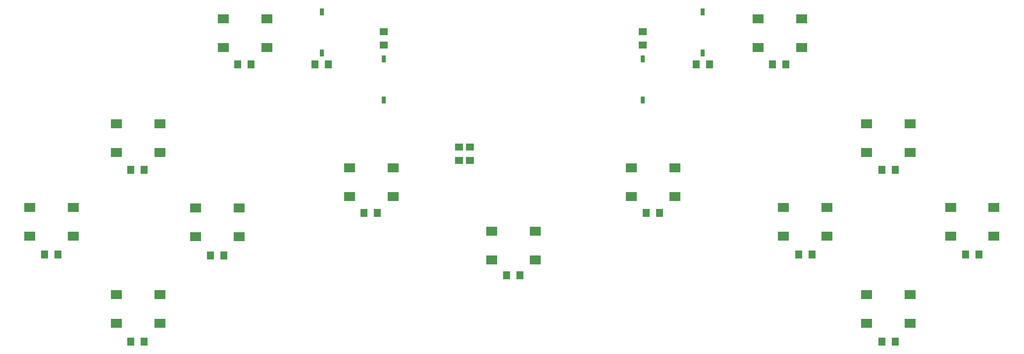
<source format=gtp>
G04*
G04 #@! TF.GenerationSoftware,Altium Limited,Altium Designer,23.0.1 (38)*
G04*
G04 Layer_Color=8421504*
%FSLAX25Y25*%
%MOIN*%
G70*
G04*
G04 #@! TF.SameCoordinates,CBCD5F51-024F-4456-99E9-F8A3691CA7AB*
G04*
G04*
G04 #@! TF.FilePolarity,Positive*
G04*
G01*
G75*
%ADD17R,0.07500X0.05906*%
%ADD18R,0.05000X0.05500*%
%ADD19R,0.05500X0.05000*%
%ADD20R,0.03150X0.04724*%
D17*
X245732Y219000D02*
D03*
X274968D02*
D03*
X245732Y238300D02*
D03*
X274968D02*
D03*
X59736Y211600D02*
D03*
X117968Y153100D02*
D03*
X171236Y211500D02*
D03*
X117968Y268100D02*
D03*
X189968Y338600D02*
D03*
X549968D02*
D03*
X464736Y238300D02*
D03*
X567000Y211600D02*
D03*
X622968Y268100D02*
D03*
X679500Y211600D02*
D03*
X622968Y153100D02*
D03*
X370589Y195600D02*
D03*
X341353Y176300D02*
D03*
X435500Y219000D02*
D03*
X88732Y133800D02*
D03*
Y153100D02*
D03*
X117968Y133800D02*
D03*
X171236Y192200D02*
D03*
X142000Y211500D02*
D03*
Y192200D02*
D03*
X59736Y192300D02*
D03*
X30500Y211600D02*
D03*
Y192300D02*
D03*
X88732Y268100D02*
D03*
X117968Y248800D02*
D03*
X88732D02*
D03*
X593732D02*
D03*
X622968D02*
D03*
X593732Y268100D02*
D03*
X650264Y192300D02*
D03*
X679500D02*
D03*
X650264Y211600D02*
D03*
X593732Y153100D02*
D03*
X622968Y133800D02*
D03*
X593732D02*
D03*
X537764Y211600D02*
D03*
X567000Y192300D02*
D03*
X537764D02*
D03*
X435500Y238300D02*
D03*
X464736Y219000D02*
D03*
X160732Y338600D02*
D03*
X189968Y319300D02*
D03*
X160732D02*
D03*
X520732Y338600D02*
D03*
X549968Y319300D02*
D03*
X520732D02*
D03*
X341353Y195600D02*
D03*
X370589Y176300D02*
D03*
D18*
X107500Y237000D02*
D03*
X98500D02*
D03*
X49500Y180000D02*
D03*
X40500D02*
D03*
X152000Y179500D02*
D03*
X161000D02*
D03*
X98500Y121500D02*
D03*
X107500D02*
D03*
X613000Y237000D02*
D03*
X604000D02*
D03*
X669500Y180000D02*
D03*
X660500D02*
D03*
X604000Y121500D02*
D03*
X613000D02*
D03*
X557000Y180000D02*
D03*
X548000D02*
D03*
X454500Y208000D02*
D03*
X445500D02*
D03*
X179500Y308000D02*
D03*
X170500D02*
D03*
X222500D02*
D03*
X231500D02*
D03*
X539500D02*
D03*
X530500D02*
D03*
X479000D02*
D03*
X488000D02*
D03*
X255500Y208000D02*
D03*
X264500D02*
D03*
X360500Y166000D02*
D03*
X351500D02*
D03*
D19*
X326521Y252500D02*
D03*
Y243500D02*
D03*
X319221Y252500D02*
D03*
Y243500D02*
D03*
X268621Y321000D02*
D03*
Y330000D02*
D03*
X443121Y321000D02*
D03*
Y330000D02*
D03*
D20*
X227000Y315720D02*
D03*
Y343280D02*
D03*
X268621Y311780D02*
D03*
Y284220D02*
D03*
X483500Y315720D02*
D03*
Y343280D02*
D03*
X443121Y311780D02*
D03*
Y284220D02*
D03*
M02*

</source>
